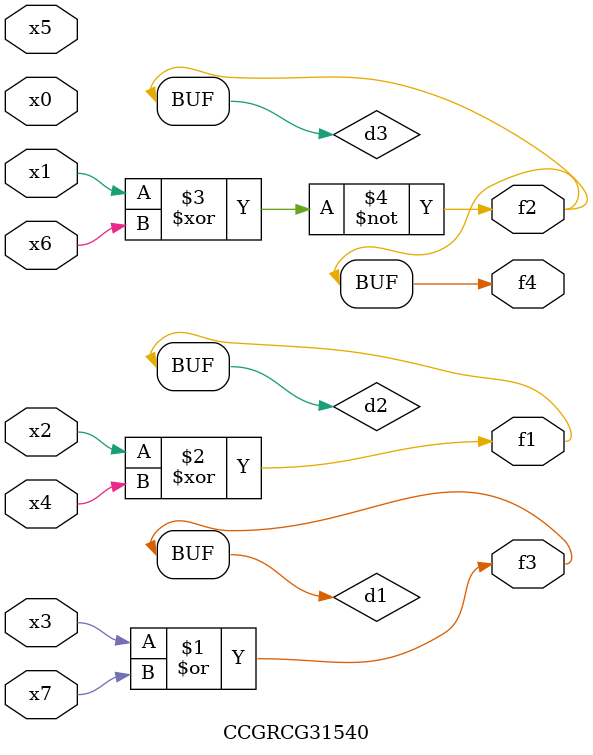
<source format=v>
module CCGRCG31540(
	input x0, x1, x2, x3, x4, x5, x6, x7,
	output f1, f2, f3, f4
);

	wire d1, d2, d3;

	or (d1, x3, x7);
	xor (d2, x2, x4);
	xnor (d3, x1, x6);
	assign f1 = d2;
	assign f2 = d3;
	assign f3 = d1;
	assign f4 = d3;
endmodule

</source>
